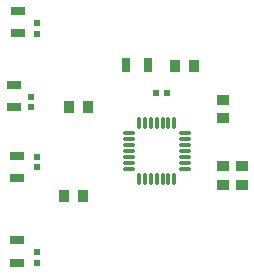
<source format=gbp>
G04*
G04 #@! TF.GenerationSoftware,Altium Limited,Altium Designer,22.10.1 (41)*
G04*
G04 Layer_Color=128*
%FSLAX25Y25*%
%MOIN*%
G70*
G04*
G04 #@! TF.SameCoordinates,F8C157B4-DA96-4F04-9901-D09C045D4249*
G04*
G04*
G04 #@! TF.FilePolarity,Positive*
G04*
G01*
G75*
%ADD32R,0.03937X0.03740*%
%ADD36R,0.03150X0.05118*%
%ADD37R,0.05118X0.03150*%
%ADD105R,0.03740X0.03937*%
%ADD106R,0.02480X0.02323*%
%ADD107R,0.02323X0.02480*%
G04:AMPARAMS|DCode=108|XSize=37.8mil|YSize=10.63mil|CornerRadius=1.33mil|HoleSize=0mil|Usage=FLASHONLY|Rotation=180.000|XOffset=0mil|YOffset=0mil|HoleType=Round|Shape=RoundedRectangle|*
%AMROUNDEDRECTD108*
21,1,0.03780,0.00797,0,0,180.0*
21,1,0.03514,0.01063,0,0,180.0*
1,1,0.00266,-0.01757,0.00399*
1,1,0.00266,0.01757,0.00399*
1,1,0.00266,0.01757,-0.00399*
1,1,0.00266,-0.01757,-0.00399*
%
%ADD108ROUNDEDRECTD108*%
G04:AMPARAMS|DCode=109|XSize=37.8mil|YSize=10.63mil|CornerRadius=1.33mil|HoleSize=0mil|Usage=FLASHONLY|Rotation=270.000|XOffset=0mil|YOffset=0mil|HoleType=Round|Shape=RoundedRectangle|*
%AMROUNDEDRECTD109*
21,1,0.03780,0.00797,0,0,270.0*
21,1,0.03514,0.01063,0,0,270.0*
1,1,0.00266,-0.00399,-0.01757*
1,1,0.00266,-0.00399,0.01757*
1,1,0.00266,0.00399,0.01757*
1,1,0.00266,0.00399,-0.01757*
%
%ADD109ROUNDEDRECTD109*%
D32*
X126673Y205610D02*
D03*
Y199311D02*
D03*
X120374Y205413D02*
D03*
Y199114D02*
D03*
Y227713D02*
D03*
Y221413D02*
D03*
D36*
X95460Y239252D02*
D03*
X87980D02*
D03*
D37*
X51703Y208921D02*
D03*
Y201441D02*
D03*
X51673Y173327D02*
D03*
Y180807D02*
D03*
X51870Y249803D02*
D03*
Y257283D02*
D03*
X50590Y225197D02*
D03*
Y232677D02*
D03*
D105*
X69095Y225295D02*
D03*
X75394D02*
D03*
X110716Y238855D02*
D03*
X104417D02*
D03*
X67335Y195607D02*
D03*
X73634D02*
D03*
D106*
X58415Y205190D02*
D03*
Y208733D02*
D03*
X58415Y176870D02*
D03*
Y173327D02*
D03*
X58465Y253248D02*
D03*
Y249705D02*
D03*
X56250Y228630D02*
D03*
Y225087D02*
D03*
D107*
X98064Y229823D02*
D03*
X101608D02*
D03*
D108*
X107567Y216530D02*
D03*
Y214561D02*
D03*
Y212593D02*
D03*
Y210624D02*
D03*
Y208656D02*
D03*
Y206687D02*
D03*
Y204719D02*
D03*
X88866D02*
D03*
Y206687D02*
D03*
Y208656D02*
D03*
Y210624D02*
D03*
Y212593D02*
D03*
Y214561D02*
D03*
Y216530D02*
D03*
D109*
X92311Y219975D02*
D03*
X94279D02*
D03*
X96248D02*
D03*
X98216D02*
D03*
X100185D02*
D03*
X102154D02*
D03*
X104122D02*
D03*
Y201274D02*
D03*
X102154D02*
D03*
X98216D02*
D03*
X96248D02*
D03*
X94279D02*
D03*
X92311D02*
D03*
X100185D02*
D03*
M02*

</source>
